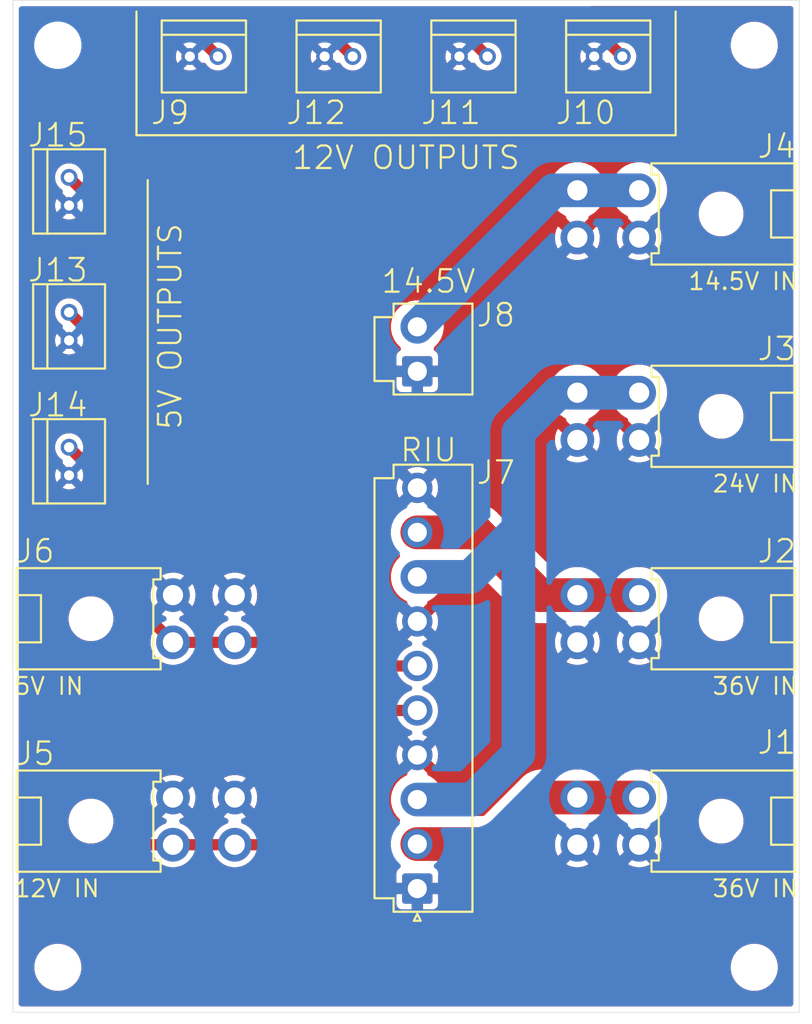
<source format=kicad_pcb>
(kicad_pcb (version 20171130) (host pcbnew "(5.1.4)-1")
  (layers (0 F.Cu signal) (31 B.Cu signal) (34 B.Paste user) (35 F.Paste user) (36 B.SilkS user) (37 F.SilkS user) (38 B.Mask user) (39 F.Mask user) (44 Edge.Cuts user))
  (net 0 "")
  (net 1 GND)
  (net 2 /36V-1)
  (net 3 /36V-2)
  (net 4 /24V)
  (net 5 /14V)
  (net 6 /12V)
  (net 7 /5V)
  (module MountingHole:MountingHole_3.2mm_M3 (layer F.Cu) (at 39 69)
    (fp_text reference H4 hide)
    (fp_text value MountingHole)
    (pad 1 np_thru_hole circle (at 0 0) (size 3.2 3.2) (drill 3.2) (layers *.Cu *.Mask))
  )
  (module MountingHole:MountingHole_3.2mm_M3 (layer F.Cu) (at 101 69)
    (fp_text reference H3 hide)
    (fp_text value MountingHole)
    (pad 1 np_thru_hole circle (at 0 0) (size 3.2 3.2) (drill 3.2) (layers *.Cu *.Mask))
  )
  (module MountingHole:MountingHole_3.2mm_M3 (layer F.Cu) (at 101 151)
    (fp_text reference H2 hide)
    (fp_text value MountingHole)
    (pad 1 np_thru_hole circle (at 0 0) (size 3.2 3.2) (drill 3.2) (layers *.Cu *.Mask))
  )
  (module MountingHole:MountingHole_3.2mm_M3 (layer F.Cu) (at 39 151)
    (fp_text reference H1 hide)
    (fp_text value MountingHole)
    (pad 1 np_thru_hole circle (at 0 0) (size 3.2 3.2) (drill 3.2) (layers *.Cu *.Mask))
  )
  (module High_power__DC_DC_board:172448-0004_Molex_2channel_horizontal (layer F.Cu) (at 52 120 270)
    (fp_text reference J6 (at -6 15 180) (layer F.SilkS) (effects (font (size 2 2) (thickness 0.2))))
    (fp_text value Conn_01x02_Female)
    (fp_line (start 2.1 14.5) (end 2.1 16.65) (layer F.SilkS) (width 0.2))
    (fp_line (start -2.1 14.5) (end 2.1 14.5) (layer F.SilkS) (width 0.2))
    (fp_line (start -2.1 16.65) (end -2.1 14.5) (layer F.SilkS) (width 0.2))
    (fp_line (start -4.5 16.65) (end 0 16.65) (layer F.SilkS) (width 0.2))
    (fp_line (start -4.5 3.85) (end -4.5 16.65) (layer F.SilkS) (width 0.2))
    (fp_line (start -3.5 3.85) (end -4.5 3.85) (layer F.SilkS) (width 0.2))
    (fp_line (start -3.5 4.5) (end -3.5 3.85) (layer F.SilkS) (width 0.2))
    (fp_line (start 3.5 4.5) (end -3.5 4.5) (layer F.SilkS) (width 0.2))
    (fp_line (start 3.5 3.85) (end 3.5 4.5) (layer F.SilkS) (width 0.2))
    (fp_line (start 4.5 3.85) (end 3.5 3.85) (layer F.SilkS) (width 0.2))
    (fp_line (start 4.5 16.65) (end 4.5 3.85) (layer F.SilkS) (width 0.2))
    (fp_line (start 0 16.65) (end 4.5 16.65) (layer F.SilkS) (width 0.2))
    (pad "" np_thru_hole circle (at 0 10.05 270) (size 3 3) (drill 3) (layers *.Cu *.Mask))
    (pad 2 thru_hole circle (at 2.1 2.75 270) (size 3 3) (drill 1.8) (layers *.Cu *.Mask) (net 7 /5V))
    (pad 1 thru_hole circle (at -2.1 2.75 270) (size 3 3) (drill 1.8) (layers *.Cu *.Mask) (net 1 GND))
    (pad 2 thru_hole circle (at 2.1 -2.75 270) (size 3 3) (drill 1.8) (layers *.Cu *.Mask) (net 7 /5V))
    (pad 1 thru_hole circle (at -2.1 -2.75 270) (size 3 3) (drill 1.8) (layers *.Cu *.Mask) (net 1 GND))
  )
  (module High_power__DC_DC_board:172448-0004_Molex_2channel_horizontal (layer F.Cu) (at 88 84 90)
    (fp_text reference J4 (at 6 15 180) (layer F.SilkS) (effects (font (size 2 2) (thickness 0.2))))
    (fp_text value Conn_01x02_Female)
    (fp_line (start 2.1 14.5) (end 2.1 16.65) (layer F.SilkS) (width 0.2))
    (fp_line (start -2.1 14.5) (end 2.1 14.5) (layer F.SilkS) (width 0.2))
    (fp_line (start -2.1 16.65) (end -2.1 14.5) (layer F.SilkS) (width 0.2))
    (fp_line (start -4.5 16.65) (end 0 16.65) (layer F.SilkS) (width 0.2))
    (fp_line (start -4.5 3.85) (end -4.5 16.65) (layer F.SilkS) (width 0.2))
    (fp_line (start -3.5 3.85) (end -4.5 3.85) (layer F.SilkS) (width 0.2))
    (fp_line (start -3.5 4.5) (end -3.5 3.85) (layer F.SilkS) (width 0.2))
    (fp_line (start 3.5 4.5) (end -3.5 4.5) (layer F.SilkS) (width 0.2))
    (fp_line (start 3.5 3.85) (end 3.5 4.5) (layer F.SilkS) (width 0.2))
    (fp_line (start 4.5 3.85) (end 3.5 3.85) (layer F.SilkS) (width 0.2))
    (fp_line (start 4.5 16.65) (end 4.5 3.85) (layer F.SilkS) (width 0.2))
    (fp_line (start 0 16.65) (end 4.5 16.65) (layer F.SilkS) (width 0.2))
    (pad "" np_thru_hole circle (at 0 10.05 90) (size 3 3) (drill 3) (layers *.Cu *.Mask))
    (pad 2 thru_hole circle (at 2.1 2.75 90) (size 3 3) (drill 1.8) (layers *.Cu *.Mask) (net 5 /14V))
    (pad 1 thru_hole circle (at -2.1 2.75 90) (size 3 3) (drill 1.8) (layers *.Cu *.Mask) (net 1 GND))
    (pad 2 thru_hole circle (at 2.1 -2.75 90) (size 3 3) (drill 1.8) (layers *.Cu *.Mask) (net 5 /14V))
    (pad 1 thru_hole circle (at -2.1 -2.75 90) (size 3 3) (drill 1.8) (layers *.Cu *.Mask) (net 1 GND))
  )
  (module High_power__DC_DC_board:172448-0004_Molex_2channel_horizontal (layer F.Cu) (at 88 102 90)
    (fp_text reference J3 (at 6 15 180) (layer F.SilkS) (effects (font (size 2 2) (thickness 0.2))))
    (fp_text value Conn_01x02_Female)
    (fp_line (start 2.1 14.5) (end 2.1 16.65) (layer F.SilkS) (width 0.2))
    (fp_line (start -2.1 14.5) (end 2.1 14.5) (layer F.SilkS) (width 0.2))
    (fp_line (start -2.1 16.65) (end -2.1 14.5) (layer F.SilkS) (width 0.2))
    (fp_line (start -4.5 16.65) (end 0 16.65) (layer F.SilkS) (width 0.2))
    (fp_line (start -4.5 3.85) (end -4.5 16.65) (layer F.SilkS) (width 0.2))
    (fp_line (start -3.5 3.85) (end -4.5 3.85) (layer F.SilkS) (width 0.2))
    (fp_line (start -3.5 4.5) (end -3.5 3.85) (layer F.SilkS) (width 0.2))
    (fp_line (start 3.5 4.5) (end -3.5 4.5) (layer F.SilkS) (width 0.2))
    (fp_line (start 3.5 3.85) (end 3.5 4.5) (layer F.SilkS) (width 0.2))
    (fp_line (start 4.5 3.85) (end 3.5 3.85) (layer F.SilkS) (width 0.2))
    (fp_line (start 4.5 16.65) (end 4.5 3.85) (layer F.SilkS) (width 0.2))
    (fp_line (start 0 16.65) (end 4.5 16.65) (layer F.SilkS) (width 0.2))
    (pad "" np_thru_hole circle (at 0 10.05 90) (size 3 3) (drill 3) (layers *.Cu *.Mask))
    (pad 2 thru_hole circle (at 2.1 2.75 90) (size 3 3) (drill 1.8) (layers *.Cu *.Mask) (net 4 /24V))
    (pad 1 thru_hole circle (at -2.1 2.75 90) (size 3 3) (drill 1.8) (layers *.Cu *.Mask) (net 1 GND))
    (pad 2 thru_hole circle (at 2.1 -2.75 90) (size 3 3) (drill 1.8) (layers *.Cu *.Mask) (net 4 /24V))
    (pad 1 thru_hole circle (at -2.1 -2.75 90) (size 3 3) (drill 1.8) (layers *.Cu *.Mask) (net 1 GND))
  )
  (module High_power__DC_DC_board:172448-0004_Molex_2channel_horizontal (layer F.Cu) (at 88 120 90)
    (fp_text reference J2 (at 6 15 180) (layer F.SilkS) (effects (font (size 2 2) (thickness 0.2))))
    (fp_text value Conn_01x02_Female)
    (fp_line (start 2.1 14.5) (end 2.1 16.65) (layer F.SilkS) (width 0.2))
    (fp_line (start -2.1 14.5) (end 2.1 14.5) (layer F.SilkS) (width 0.2))
    (fp_line (start -2.1 16.65) (end -2.1 14.5) (layer F.SilkS) (width 0.2))
    (fp_line (start -4.5 16.65) (end 0 16.65) (layer F.SilkS) (width 0.2))
    (fp_line (start -4.5 3.85) (end -4.5 16.65) (layer F.SilkS) (width 0.2))
    (fp_line (start -3.5 3.85) (end -4.5 3.85) (layer F.SilkS) (width 0.2))
    (fp_line (start -3.5 4.5) (end -3.5 3.85) (layer F.SilkS) (width 0.2))
    (fp_line (start 3.5 4.5) (end -3.5 4.5) (layer F.SilkS) (width 0.2))
    (fp_line (start 3.5 3.85) (end 3.5 4.5) (layer F.SilkS) (width 0.2))
    (fp_line (start 4.5 3.85) (end 3.5 3.85) (layer F.SilkS) (width 0.2))
    (fp_line (start 4.5 16.65) (end 4.5 3.85) (layer F.SilkS) (width 0.2))
    (fp_line (start 0 16.65) (end 4.5 16.65) (layer F.SilkS) (width 0.2))
    (pad "" np_thru_hole circle (at 0 10.05 90) (size 3 3) (drill 3) (layers *.Cu *.Mask))
    (pad 2 thru_hole circle (at 2.1 2.75 90) (size 3 3) (drill 1.8) (layers *.Cu *.Mask) (net 3 /36V-2))
    (pad 1 thru_hole circle (at -2.1 2.75 90) (size 3 3) (drill 1.8) (layers *.Cu *.Mask) (net 1 GND))
    (pad 2 thru_hole circle (at 2.1 -2.75 90) (size 3 3) (drill 1.8) (layers *.Cu *.Mask) (net 3 /36V-2))
    (pad 1 thru_hole circle (at -2.1 -2.75 90) (size 3 3) (drill 1.8) (layers *.Cu *.Mask) (net 1 GND))
  )
  (module High_power__DC_DC_board:172448-0004_Molex_2channel_horizontal (layer F.Cu) (at 88 138 90)
    (fp_text reference J1 (at 7 15 180) (layer F.SilkS) (effects (font (size 2 2) (thickness 0.2))))
    (fp_text value Conn_01x02_Female)
    (fp_line (start 2.1 14.5) (end 2.1 16.65) (layer F.SilkS) (width 0.2))
    (fp_line (start -2.1 14.5) (end 2.1 14.5) (layer F.SilkS) (width 0.2))
    (fp_line (start -2.1 16.65) (end -2.1 14.5) (layer F.SilkS) (width 0.2))
    (fp_line (start -4.5 16.65) (end 0 16.65) (layer F.SilkS) (width 0.2))
    (fp_line (start -4.5 3.85) (end -4.5 16.65) (layer F.SilkS) (width 0.2))
    (fp_line (start -3.5 3.85) (end -4.5 3.85) (layer F.SilkS) (width 0.2))
    (fp_line (start -3.5 4.5) (end -3.5 3.85) (layer F.SilkS) (width 0.2))
    (fp_line (start 3.5 4.5) (end -3.5 4.5) (layer F.SilkS) (width 0.2))
    (fp_line (start 3.5 3.85) (end 3.5 4.5) (layer F.SilkS) (width 0.2))
    (fp_line (start 4.5 3.85) (end 3.5 3.85) (layer F.SilkS) (width 0.2))
    (fp_line (start 4.5 16.65) (end 4.5 3.85) (layer F.SilkS) (width 0.2))
    (fp_line (start 0 16.65) (end 4.5 16.65) (layer F.SilkS) (width 0.2))
    (pad "" np_thru_hole circle (at 0 10.05 90) (size 3 3) (drill 3) (layers *.Cu *.Mask))
    (pad 2 thru_hole circle (at 2.1 2.75 90) (size 3 3) (drill 1.8) (layers *.Cu *.Mask) (net 2 /36V-1))
    (pad 1 thru_hole circle (at -2.1 2.75 90) (size 3 3) (drill 1.8) (layers *.Cu *.Mask) (net 1 GND))
    (pad 2 thru_hole circle (at 2.1 -2.75 90) (size 3 3) (drill 1.8) (layers *.Cu *.Mask) (net 2 /36V-1))
    (pad 1 thru_hole circle (at -2.1 -2.75 90) (size 3 3) (drill 1.8) (layers *.Cu *.Mask) (net 1 GND))
  )
  (module High_power__DC_DC_board:172448-0004_Molex_2channel_horizontal (layer F.Cu) (at 52 138 270)
    (fp_text reference J5 (at -6 15 180) (layer F.SilkS) (effects (font (size 2 2) (thickness 0.2))))
    (fp_text value Conn_01x02_Female)
    (fp_line (start 2.1 14.5) (end 2.1 16.65) (layer F.SilkS) (width 0.2))
    (fp_line (start -2.1 14.5) (end 2.1 14.5) (layer F.SilkS) (width 0.2))
    (fp_line (start -2.1 16.65) (end -2.1 14.5) (layer F.SilkS) (width 0.2))
    (fp_line (start -4.5 16.65) (end 0 16.65) (layer F.SilkS) (width 0.2))
    (fp_line (start -4.5 3.85) (end -4.5 16.65) (layer F.SilkS) (width 0.2))
    (fp_line (start -3.5 3.85) (end -4.5 3.85) (layer F.SilkS) (width 0.2))
    (fp_line (start -3.5 4.5) (end -3.5 3.85) (layer F.SilkS) (width 0.2))
    (fp_line (start 3.5 4.5) (end -3.5 4.5) (layer F.SilkS) (width 0.2))
    (fp_line (start 3.5 3.85) (end 3.5 4.5) (layer F.SilkS) (width 0.2))
    (fp_line (start 4.5 3.85) (end 3.5 3.85) (layer F.SilkS) (width 0.2))
    (fp_line (start 4.5 16.65) (end 4.5 3.85) (layer F.SilkS) (width 0.2))
    (fp_line (start 0 16.65) (end 4.5 16.65) (layer F.SilkS) (width 0.2))
    (pad "" np_thru_hole circle (at 0 10.05 270) (size 3 3) (drill 3) (layers *.Cu *.Mask))
    (pad 2 thru_hole circle (at 2.1 2.75 270) (size 3 3) (drill 1.8) (layers *.Cu *.Mask) (net 6 /12V))
    (pad 1 thru_hole circle (at -2.1 2.75 270) (size 3 3) (drill 1.8) (layers *.Cu *.Mask) (net 1 GND))
    (pad 2 thru_hole circle (at 2.1 -2.75 270) (size 3 3) (drill 1.8) (layers *.Cu *.Mask) (net 6 /12V))
    (pad 1 thru_hole circle (at -2.1 -2.75 270) (size 3 3) (drill 1.8) (layers *.Cu *.Mask) (net 1 GND))
  )
  (module MyConnectors:JST_VH_B10P-VH (layer F.Cu) (at 71 144 90)
    (fp_text reference J7 (at 37 7 180) (layer F.SilkS) (effects (font (size 2 2) (thickness 0.2))))
    (fp_text value Conn_01x10)
    (fp_line (start -2.86 0.3) (end -2.86 -0.3) (layer F.SilkS) (width 0.2))
    (fp_line (start 37.7 4.91) (end -2.06 4.91) (layer F.SilkS) (width 0.2))
    (fp_line (start -2.06 4.91) (end -2.06 -2.11) (layer F.SilkS) (width 0.2))
    (fp_line (start -2.86 -0.3) (end -2.26 0) (layer F.SilkS) (width 0.2))
    (fp_line (start 37.7 -2.11) (end 37.7 4.91) (layer F.SilkS) (width 0.2))
    (fp_line (start -0.86 -3.81) (end 36.5 -3.81) (layer F.SilkS) (width 0.2))
    (fp_line (start -2.26 0) (end -2.86 0.3) (layer F.SilkS) (width 0.2))
    (fp_line (start 36.5 -2.11) (end 37.7 -2.11) (layer F.SilkS) (width 0.2))
    (fp_line (start 36.5 -3.81) (end 36.5 -2.11) (layer F.SilkS) (width 0.2))
    (fp_line (start -0.86 -2.11) (end -0.86 -3.81) (layer F.SilkS) (width 0.2))
    (fp_line (start -2.06 -2.11) (end -0.86 -2.11) (layer F.SilkS) (width 0.2))
    (pad 8 thru_hole circle (at 27.72 0 90) (size 2.7 2.7) (drill 1.7) (layers *.Cu *.Mask) (net 4 /24V))
    (pad 5 thru_hole circle (at 15.84 0 90) (size 2.7 2.7) (drill 1.7) (layers *.Cu *.Mask) (net 6 /12V))
    (pad 7 thru_hole circle (at 23.76 0 90) (size 2.7 2.7) (drill 1.7) (layers *.Cu *.Mask) (net 1 GND))
    (pad 3 thru_hole circle (at 7.92 0 90) (size 2.7 2.7) (drill 1.7) (layers *.Cu *.Mask) (net 4 /24V))
    (pad 2 thru_hole circle (at 3.96 0 90) (size 2.7 2.7) (drill 1.7) (layers *.Cu *.Mask) (net 2 /36V-1))
    (pad 10 thru_hole circle (at 35.64 0 90) (size 2.7 2.7) (drill 1.7) (layers *.Cu *.Mask) (net 1 GND))
    (pad 4 thru_hole circle (at 11.88 0 90) (size 2.7 2.7) (drill 1.7) (layers *.Cu *.Mask) (net 1 GND))
    (pad 6 thru_hole circle (at 19.8 0 90) (size 2.7 2.7) (drill 1.7) (layers *.Cu *.Mask) (net 7 /5V))
    (pad 1 thru_hole roundrect (at 0 0 90) (size 2.7 2.7) (drill 1.7) (layers *.Cu *.Mask) (roundrect_rratio 0.09300000000000001) (net 1 GND))
    (pad 9 thru_hole circle (at 31.68 0 90) (size 2.7 2.7) (drill 1.7) (layers *.Cu *.Mask) (net 3 /36V-2))
  )
  (module MyConnectors:JST_VH_B2P-VH (layer F.Cu) (at 71 98 90)
    (fp_text reference J8 (at 5 7 180) (layer F.SilkS) (effects (font (size 2 2) (thickness 0.2))))
    (fp_text value Conn_01x02)
    (fp_line (start -0.86 -2.11) (end -0.86 -3.81) (layer F.SilkS) (width 0.2))
    (fp_line (start -0.86 -3.81) (end 4.82 -3.81) (layer F.SilkS) (width 0.2))
    (fp_line (start -2.06 4.91) (end -2.06 -2.11) (layer F.SilkS) (width 0.2))
    (fp_line (start -2.06 -2.11) (end -0.86 -2.11) (layer F.SilkS) (width 0.2))
    (fp_line (start 6.02 4.91) (end -2.06 4.91) (layer F.SilkS) (width 0.2))
    (fp_line (start 4.82 -2.11) (end 6.02 -2.11) (layer F.SilkS) (width 0.2))
    (fp_line (start 4.82 -3.81) (end 4.82 -2.11) (layer F.SilkS) (width 0.2))
    (fp_line (start 6.02 -2.11) (end 6.02 4.91) (layer F.SilkS) (width 0.2))
    (pad 1 thru_hole roundrect (at 0 0 90) (size 2.7 2.7) (drill 1.7) (layers *.Cu *.Mask) (roundrect_rratio 0.09300000000000001) (net 1 GND))
    (pad 2 thru_hole circle (at 3.96 0 90) (size 2.7 2.7) (drill 1.7) (layers *.Cu *.Mask) (net 5 /14V))
  )
  (module MyConnectors:JST_XA_B2B-XASK-1 (layer F.Cu) (at 52 70 270)
    (fp_text reference J9 (at 5 3 180) (layer F.SilkS) (effects (font (size 2 2) (thickness 0.2))))
    (fp_text value Conn_01x02)
    (fp_line (start 3.2 -3.75) (end 3.2 3.75) (layer F.SilkS) (width 0.2))
    (fp_line (start 3.2 3.75) (end -3.2 3.75) (layer F.SilkS) (width 0.2))
    (fp_line (start -1.93 3.75) (end -1.93 -3.75) (layer F.SilkS) (width 0.2))
    (fp_line (start -3.2 -3.75) (end 3.2 -3.75) (layer F.SilkS) (width 0.2))
    (fp_line (start -3.2 3.75) (end -3.2 -3.75) (layer F.SilkS) (width 0.2))
    (pad 2 thru_hole circle (at 0 -1.25 270) (size 1.5 1.5) (drill 0.9) (layers *.Cu *.Mask) (net 6 /12V))
    (pad 1 thru_hole circle (at 0 1.25 270) (size 1.5 1.5) (drill 0.9) (layers *.Cu *.Mask) (net 1 GND))
  )
  (module MyConnectors:JST_XA_B2B-XASK-1 (layer F.Cu) (at 88 70 270)
    (fp_text reference J10 (at 5 2 180) (layer F.SilkS) (effects (font (size 2 2) (thickness 0.2))))
    (fp_text value Conn_01x02)
    (fp_line (start -3.2 3.75) (end -3.2 -3.75) (layer F.SilkS) (width 0.2))
    (fp_line (start -3.2 -3.75) (end 3.2 -3.75) (layer F.SilkS) (width 0.2))
    (fp_line (start -1.93 3.75) (end -1.93 -3.75) (layer F.SilkS) (width 0.2))
    (fp_line (start 3.2 3.75) (end -3.2 3.75) (layer F.SilkS) (width 0.2))
    (fp_line (start 3.2 -3.75) (end 3.2 3.75) (layer F.SilkS) (width 0.2))
    (pad 1 thru_hole circle (at 0 1.25 270) (size 1.5 1.5) (drill 0.9) (layers *.Cu *.Mask) (net 1 GND))
    (pad 2 thru_hole circle (at 0 -1.25 270) (size 1.5 1.5) (drill 0.9) (layers *.Cu *.Mask) (net 6 /12V))
  )
  (module MyConnectors:JST_XA_B2B-XASK-1 (layer F.Cu) (at 76 70 270)
    (fp_text reference J11 (at 5 2 180) (layer F.SilkS) (effects (font (size 2 2) (thickness 0.2))))
    (fp_text value Conn_01x02)
    (fp_line (start 3.2 -3.75) (end 3.2 3.75) (layer F.SilkS) (width 0.2))
    (fp_line (start 3.2 3.75) (end -3.2 3.75) (layer F.SilkS) (width 0.2))
    (fp_line (start -1.93 3.75) (end -1.93 -3.75) (layer F.SilkS) (width 0.2))
    (fp_line (start -3.2 -3.75) (end 3.2 -3.75) (layer F.SilkS) (width 0.2))
    (fp_line (start -3.2 3.75) (end -3.2 -3.75) (layer F.SilkS) (width 0.2))
    (pad 2 thru_hole circle (at 0 -1.25 270) (size 1.5 1.5) (drill 0.9) (layers *.Cu *.Mask) (net 6 /12V))
    (pad 1 thru_hole circle (at 0 1.25 270) (size 1.5 1.5) (drill 0.9) (layers *.Cu *.Mask) (net 1 GND))
  )
  (module MyConnectors:JST_XA_B2B-XASK-1 (layer F.Cu) (at 64 70 270)
    (fp_text reference J12 (at 5 2 180) (layer F.SilkS) (effects (font (size 2 2) (thickness 0.2))))
    (fp_text value Conn_01x02)
    (fp_line (start -3.2 3.75) (end -3.2 -3.75) (layer F.SilkS) (width 0.2))
    (fp_line (start -3.2 -3.75) (end 3.2 -3.75) (layer F.SilkS) (width 0.2))
    (fp_line (start -1.93 3.75) (end -1.93 -3.75) (layer F.SilkS) (width 0.2))
    (fp_line (start 3.2 3.75) (end -3.2 3.75) (layer F.SilkS) (width 0.2))
    (fp_line (start 3.2 -3.75) (end 3.2 3.75) (layer F.SilkS) (width 0.2))
    (pad 1 thru_hole circle (at 0 1.25 270) (size 1.5 1.5) (drill 0.9) (layers *.Cu *.Mask) (net 1 GND))
    (pad 2 thru_hole circle (at 0 -1.25 270) (size 1.5 1.5) (drill 0.9) (layers *.Cu *.Mask) (net 6 /12V))
  )
  (module MyConnectors:JST_XA_B2B-XASK-1 (layer F.Cu) (at 40 94)
    (fp_text reference J13 (at -1 -5) (layer F.SilkS) (effects (font (size 2 2) (thickness 0.2))))
    (fp_text value Conn_01x02)
    (fp_line (start 3.2 -3.75) (end 3.2 3.75) (layer F.SilkS) (width 0.2))
    (fp_line (start 3.2 3.75) (end -3.2 3.75) (layer F.SilkS) (width 0.2))
    (fp_line (start -1.93 3.75) (end -1.93 -3.75) (layer F.SilkS) (width 0.2))
    (fp_line (start -3.2 -3.75) (end 3.2 -3.75) (layer F.SilkS) (width 0.2))
    (fp_line (start -3.2 3.75) (end -3.2 -3.75) (layer F.SilkS) (width 0.2))
    (pad 2 thru_hole circle (at 0 -1.25) (size 1.5 1.5) (drill 0.9) (layers *.Cu *.Mask) (net 7 /5V))
    (pad 1 thru_hole circle (at 0 1.25) (size 1.5 1.5) (drill 0.9) (layers *.Cu *.Mask) (net 1 GND))
  )
  (module MyConnectors:JST_XA_B2B-XASK-1 (layer F.Cu) (at 40 106)
    (fp_text reference J14 (at -1 -5) (layer F.SilkS) (effects (font (size 2 2) (thickness 0.2))))
    (fp_text value Conn_01x02)
    (fp_line (start -3.2 3.75) (end -3.2 -3.75) (layer F.SilkS) (width 0.2))
    (fp_line (start -3.2 -3.75) (end 3.2 -3.75) (layer F.SilkS) (width 0.2))
    (fp_line (start -1.93 3.75) (end -1.93 -3.75) (layer F.SilkS) (width 0.2))
    (fp_line (start 3.2 3.75) (end -3.2 3.75) (layer F.SilkS) (width 0.2))
    (fp_line (start 3.2 -3.75) (end 3.2 3.75) (layer F.SilkS) (width 0.2))
    (pad 1 thru_hole circle (at 0 1.25) (size 1.5 1.5) (drill 0.9) (layers *.Cu *.Mask) (net 1 GND))
    (pad 2 thru_hole circle (at 0 -1.25) (size 1.5 1.5) (drill 0.9) (layers *.Cu *.Mask) (net 7 /5V))
  )
  (module MyConnectors:JST_XA_B2B-XASK-1 (layer F.Cu) (at 40 82)
    (fp_text reference J15 (at -1 -5) (layer F.SilkS) (effects (font (size 2 2) (thickness 0.2))))
    (fp_text value Conn_01x02)
    (fp_line (start 3.2 -3.75) (end 3.2 3.75) (layer F.SilkS) (width 0.2))
    (fp_line (start 3.2 3.75) (end -3.2 3.75) (layer F.SilkS) (width 0.2))
    (fp_line (start -1.93 3.75) (end -1.93 -3.75) (layer F.SilkS) (width 0.2))
    (fp_line (start -3.2 -3.75) (end 3.2 -3.75) (layer F.SilkS) (width 0.2))
    (fp_line (start -3.2 3.75) (end -3.2 -3.75) (layer F.SilkS) (width 0.2))
    (pad 2 thru_hole circle (at 0 -1.25) (size 1.5 1.5) (drill 0.9) (layers *.Cu *.Mask) (net 7 /5V))
    (pad 1 thru_hole circle (at 0 1.25) (size 1.5 1.5) (drill 0.9) (layers *.Cu *.Mask) (net 1 GND))
  )
  (gr_text "14.5V IN" (at 105 90) (layer F.SilkS) (effects (font (size 1.5 1.5) (thickness 0.2)) (justify right)))
  (gr_text "24V IN" (at 105 108) (layer F.SilkS) (effects (font (size 1.5 1.5) (thickness 0.2)) (justify right)))
  (gr_text "36V IN" (at 105 126) (layer F.SilkS) (effects (font (size 1.5 1.5) (thickness 0.2)) (justify right)))
  (gr_text "36V IN" (at 105 144) (layer F.SilkS) (effects (font (size 1.5 1.5) (thickness 0.2)) (justify right)))
  (gr_text "12V IN" (at 35 144) (layer F.SilkS) (effects (font (size 1.5 1.5) (thickness 0.2)) (justify left)))
  (gr_text "5V IN" (at 35 126) (layer F.SilkS) (effects (font (size 1.5 1.5) (thickness 0.2)) (justify left)))
  (gr_text RIU (at 72 105) (layer F.SilkS) (effects (font (size 2 2) (thickness 0.2))))
  (gr_text 14.5V (at 72 90) (layer F.SilkS) (effects (font (size 2 2) (thickness 0.2))))
  (gr_text "5V OUTPUTS" (at 49 94 90) (layer F.SilkS) (effects (font (size 2 2) (thickness 0.2))))
  (gr_line (start 47 81) (end 47 108) (layer F.SilkS) (width 0.2))
  (gr_text "12V OUTPUTS" (at 70 79) (layer F.SilkS) (effects (font (size 2 2) (thickness 0.2))))
  (gr_line (start 94 77) (end 94 66) (layer F.SilkS) (width 0.2))
  (gr_line (start 46 77) (end 94 77) (layer F.SilkS) (width 0.2))
  (gr_line (start 46 66) (end 46 77) (layer F.SilkS) (width 0.2))
  (gr_line (start 35 65) (end 35 155) (layer Edge.Cuts) (width 0.05))
  (gr_line (start 105 65) (end 35 65) (layer Edge.Cuts) (width 0.05))
  (gr_line (start 105 155) (end 105 65) (layer Edge.Cuts) (width 0.05))
  (gr_line (start 35 155) (end 105 155) (layer Edge.Cuts) (width 0.05))
  (segment (start 90.75 135.9) (end 85.25 135.9) (width 3) (layer F.Cu) (net 2))
  (segment (start 77.96 140.04) (end 71 140.04) (width 3) (layer F.Cu) (net 2))
  (segment (start 85.25 135.9) (end 82.1 135.9) (width 3) (layer F.Cu) (net 2))
  (segment (start 82.1 135.9) (end 77.96 140.04) (width 3) (layer F.Cu) (net 2))
  (segment (start 90.75 117.9) (end 85.25 117.9) (width 3) (layer F.Cu) (net 3))
  (segment (start 76.32 112.32) (end 71 112.32) (width 3) (layer F.Cu) (net 3))
  (segment (start 85.25 117.9) (end 81.9 117.9) (width 3) (layer F.Cu) (net 3))
  (segment (start 81.9 117.9) (end 76.32 112.32) (width 3) (layer F.Cu) (net 3))
  (segment (start 90.75 99.9) (end 85.25 99.9) (width 3) (layer B.Cu) (net 4))
  (segment (start 83.529998 99.9) (end 80 103.429998) (width 3) (layer B.Cu) (net 4))
  (segment (start 85.25 99.9) (end 83.529998 99.9) (width 3) (layer B.Cu) (net 4))
  (segment (start 75.92 136.08) (end 71 136.08) (width 3) (layer B.Cu) (net 4))
  (segment (start 80 132) (end 75.92 136.08) (width 3) (layer B.Cu) (net 4))
  (segment (start 75.72 116.28) (end 80 112) (width 3) (layer B.Cu) (net 4))
  (segment (start 71 116.28) (end 75.72 116.28) (width 3) (layer B.Cu) (net 4))
  (segment (start 80 103.429998) (end 80 112) (width 3) (layer B.Cu) (net 4))
  (segment (start 80 112) (end 80 132) (width 3) (layer B.Cu) (net 4))
  (segment (start 90.75 81.9) (end 85.25 81.9) (width 3) (layer B.Cu) (net 5))
  (segment (start 83.14 81.9) (end 71 94.04) (width 3) (layer B.Cu) (net 5))
  (segment (start 85.25 81.9) (end 83.14 81.9) (width 3) (layer B.Cu) (net 5))
  (segment (start 49.25 140.1) (end 54.75 140.1) (width 1) (layer F.Cu) (net 6))
  (segment (start 68.84 128.16) (end 71 128.16) (width 1) (layer F.Cu) (net 6))
  (segment (start 54.75 140.1) (end 56.9 140.1) (width 1) (layer F.Cu) (net 6))
  (segment (start 56.9 140.1) (end 68.84 128.16) (width 1) (layer F.Cu) (net 6))
  (segment (start 56.25 67) (end 61 67) (width 1) (layer F.Cu) (net 6))
  (segment (start 62.25 67) (end 62.625 67.375) (width 1) (layer F.Cu) (net 6))
  (segment (start 65.25 70) (end 62.625 67.375) (width 1) (layer F.Cu) (net 6))
  (segment (start 74.25 67) (end 73 67) (width 1) (layer F.Cu) (net 6))
  (segment (start 77.25 70) (end 74.25 67) (width 1) (layer F.Cu) (net 6))
  (segment (start 86.25 67) (end 89.25 70) (width 1) (layer F.Cu) (net 6))
  (segment (start 73 67) (end 86.25 67) (width 1) (layer F.Cu) (net 6))
  (segment (start 61 67) (end 73 67) (width 1) (layer F.Cu) (net 6))
  (segment (start 46 138.97132) (end 46 134) (width 1) (layer F.Cu) (net 6))
  (segment (start 49 67) (end 56.25 67) (width 1) (layer F.Cu) (net 6))
  (segment (start 47.12868 140.1) (end 46 138.97132) (width 1) (layer F.Cu) (net 6))
  (segment (start 37 125) (end 37 79) (width 1) (layer F.Cu) (net 6))
  (segment (start 49.25 140.1) (end 47.12868 140.1) (width 1) (layer F.Cu) (net 6))
  (segment (start 46 134) (end 37 125) (width 1) (layer F.Cu) (net 6))
  (segment (start 37 79) (end 49 67) (width 1) (layer F.Cu) (net 6))
  (segment (start 50.25 67) (end 49 67) (width 1) (layer F.Cu) (net 6))
  (segment (start 53.25 70) (end 50.25 67) (width 1) (layer F.Cu) (net 6))
  (segment (start 49.25 122.1) (end 54.75 122.1) (width 1) (layer F.Cu) (net 7))
  (segment (start 60.2 124.2) (end 71 124.2) (width 1) (layer F.Cu) (net 7))
  (segment (start 54.75 122.1) (end 58.1 122.1) (width 1) (layer F.Cu) (net 7))
  (segment (start 58.1 122.1) (end 60.2 124.2) (width 1) (layer F.Cu) (net 7))
  (segment (start 40 80.75) (end 44 84.75) (width 1) (layer F.Cu) (net 7))
  (segment (start 44 116.85) (end 49.25 122.1) (width 1) (layer F.Cu) (net 7))
  (segment (start 44 96.75) (end 44 101) (width 1) (layer F.Cu) (net 7))
  (segment (start 40 92.75) (end 44 96.75) (width 1) (layer F.Cu) (net 7))
  (segment (start 44 84.75) (end 44 101) (width 1) (layer F.Cu) (net 7))
  (segment (start 44 108.75) (end 44 113) (width 1) (layer F.Cu) (net 7))
  (segment (start 40 104.75) (end 44 108.75) (width 1) (layer F.Cu) (net 7))
  (segment (start 44 101) (end 44 113) (width 1) (layer F.Cu) (net 7))
  (segment (start 44 113) (end 44 116.85) (width 1) (layer F.Cu) (net 7))
  (zone (net 1) (net_name GND) (layer B.Cu) (connect_pads (clearance 0.5)) (min_thickness 0.5) (fill yes (arc_segments 32) (thermal_gap 0.5) (thermal_bridge_width 0.7))
    (polygon (pts (xy 35 155) (xy 105 155) (xy 105 65) (xy 35 65)))
  )
  (zone (net 1) (net_name GND) (layer F.Cu) (connect_pads (clearance 0.5)) (min_thickness 0.5) (fill yes (arc_segments 32) (thermal_gap 0.5) (thermal_bridge_width 0.7))
    (polygon (pts (xy 35 155) (xy 105 155) (xy 105 65) (xy 35 65)))
  )
  (zone (net 1) (net_name GND) (layer F.Cu) (connect_pads (clearance 0.5)) (min_thickness 0.5) (fill yes (arc_segments 32) (thermal_gap 0.5) (thermal_bridge_width 0.7))
    (polygon (pts (xy 35 155) (xy 105 155) (xy 105 65) (xy 35 65)))
  )
  (zone (net 1) (net_name GND) (layer F.Cu) (connect_pads (clearance 0.5)) (min_thickness 0.5) (fill yes (arc_segments 32) (thermal_gap 0.5) (thermal_bridge_width 0.7))
    (polygon (pts (xy 35 155) (xy 105 155) (xy 105 65) (xy 35 65)))
  )
)
</source>
